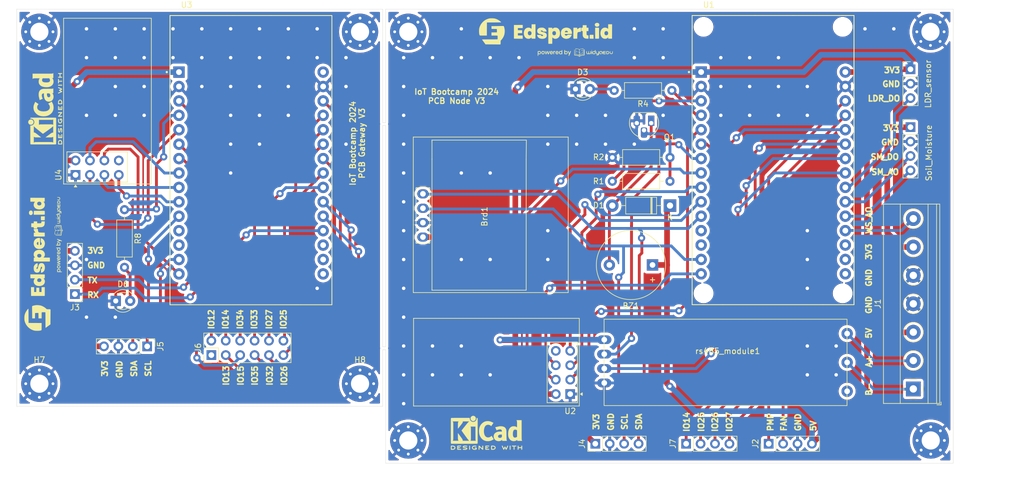
<source format=kicad_pcb>
(kicad_pcb (version 20240108) (generator "pcbnew") (generator_version "8.0")
  (layers (0 "F.Cu" signal) (31 "B.Cu" signal) (34 "B.Paste" user) (35 "F.Paste" user) (36 "B.SilkS" user "B.Silkscreen") (37 "F.SilkS" user "F.Silkscreen") (38 "B.Mask" user) (39 "F.Mask" user) (44 "Edge.Cuts" user))
  (net 0 "")
  (net 1 "GND")
  (net 2 "VCC")
  (net 3 "SDA")
  (net 4 "SCL")
  (net 5 "Net-(BZ1--)")
  (net 6 "+5V")
  (net 7 "Net-(D3-A)")
  (net 8 "Net-(D6-A)")
  (net 9 "B-")
  (net 10 "A+")
  (net 11 "WS_AO")
  (net 12 "FAN")
  (net 13 "PUMP")
  (net 14 "LDR_DO")
  (net 15 "Net-(Q1-B)")
  (net 16 "Buzzer")
  (net 17 "GND1")
  (net 18 "LED")
  (net 20 "RXD")
  (net 21 "TXD")
  (net 22 "SM_DO")
  (net 23 "SM_AO")
  (net 27 "TXD1")
  (net 29 "CE")
  (net 30 "LED1")
  (net 32 "SCK")
  (net 33 "RXD1")
  (net 34 "CSN_RF")
  (net 35 "MISO")
  (net 36 "VCCQ")
  (net 37 "MOSI")
  (net 41 "SCL1")
  (net 43 "SDA1")
  (net 47 "/Gateway/D14")
  (net 48 "/Gateway/D32")
  (net 49 "/Gateway/D15")
  (net 51 "/Gateway/D33")
  (net 52 "/Gateway/D26")
  (net 53 "/Gateway/D34")
  (net 54 "/Gateway/D12")
  (net 55 "/Gateway/D13")
  (net 56 "/Gateway/D27")
  (net 57 "/Gateway/D35")
  (net 58 "/Gateway/D25")
  (net 59 "/Node/D26")
  (net 60 "/Node/D25")
  (net 61 "/Node/D27")
  (net 62 "SCK1")
  (net 63 "CE1")
  (net 64 "MISO1")
  (net 65 "CSN_RF1")
  (net 66 "+5VA")
  (net 67 "MOSI1")
  (net 68 "/Node/D14")
  (footprint "Connector_PinHeader_2.54mm:PinHeader_1x04_P2.54mm_Vertical" (layer "F.Cu") (at 176.95 125.58 90)
    (property "Reference" "J4")
    (property "Value" "I2C_ext")
  )
  (footprint "Buzzer_Beeper:Buzzer_12x9.5RM7.6" (layer "F.Cu") (at 187.03 94.08 180)
    (property "Reference" "BZ1")
    (property "Value" "Buzzer")
  )
  (footprint "MountingHole:MountingHole_3.2mm_M3_Pad_Via" (layer "F.Cu") (at 144 125)
    (property "Reference" "H4" (hide yes))
    (property "Value" "MountingHole_Pad")
  )
  (footprint "LOGO" (layer "F.Cu") (at 168.24 54.01)
    (property "Reference" "G***" (hide yes))
    (property "Value" "LOGO" (hide yes))
  )
  (footprint "MountingHole:MountingHole_3.2mm_M3_Pad_Via" (layer "F.Cu") (at 144 53)
    (property "Reference" "H1" (hide yes))
    (property "Value" "MountingHole_Pad")
  )
  (footprint "Resistor_THT:R_Axial_DIN0207_L6.3mm_D2.5mm_P10.16mm_Horizontal" (layer "F.Cu") (at 179.95 75.13775)
    (property "Reference" "R2")
    (property "Value" "4K7")
  )
  (footprint "Symbol:KiCad-Logo2_5mm_SilkScreen" (layer "F.Cu") (at 80.02 66.57 90)
    (property "Reference" "REF**" (hide yes))
    (property "Value" "KiCad-Logo2_5mm_SilkScreen" (hide yes))
  )
  (footprint "Connector_PinHeader_2.54mm:PinHeader_1x04_P2.54mm_Vertical" (layer "F.Cu") (at 232.48 69.8)
    (property "Reference" "Soil_Moisture")
    (property "Value" "~")
  )
  (footprint "LED_THT:LED_D3.0mm_Clear" (layer "F.Cu") (at 92.46 100.42)
    (property "Reference" "D6")
    (property "Value" "LED")
  )
  (footprint "RF_Module:nRF24L01_Breakout" (layer "F.Cu") (at 85.375 78.2095 90)
    (property "Reference" "U4")
    (property "Value" "NRF24L01_Breakout")
  )
  (footprint "MountingHole:MountingHole_3.2mm_M3_Pad_Via" (layer "F.Cu") (at 79 115)
    (property "Reference" "H7")
    (property "Value" "MountingHole_Pad")
  )
  (footprint "Diode_THT:D_DO-41_SOD81_P10.16mm_Horizontal" (layer "F.Cu") (at 190.11 83.62225 180)
    (property "Reference" "D1")
    (property "Value" "1N4007")
  )
  (footprint "LOGO" (layer "F.Cu") (at 79.75 93.91 90)
    (property "Reference" "G***" (hide yes))
    (property "Value" "LOGO" (hide yes))
  )
  (footprint "Resistor_THT:R_Axial_DIN0207_L6.3mm_D2.5mm_P10.16mm_Horizontal" (layer "F.Cu") (at 190.44 63.33 180)
    (property "Reference" "R4")
    (property "Value" "1K")
  )
  (footprint "RF_Module:nRF24L01_Breakout" (layer "F.Cu") (at 172.53 116.83 180)
    (property "Reference" "U2")
    (property "Value" "NRF24L01_Breakout")
  )
  (footprint "ESP32-DEVKIT-V1 (1):MODULE_ESP32_DEVKIT_V1" (layer "F.Cu") (at 208.3 75.605)
    (property "Reference" "U1")
    (property "Value" "ESP32-DEVKIT-V1")
  )
  (footprint "ESP32-DEVKIT-V1 (1):MODULE_ESP32_DEVKIT_V1" (layer "F.Cu") (at 116.3 75.615)
    (property "Reference" "U3")
    (property "Value" "ESP32-DEVKIT-V1")
  )
  (footprint "Resistor_THT:R_Axial_DIN0207_L6.3mm_D2.5mm_P10.16mm_Horizontal" (layer "F.Cu") (at 94 84.34 -90)
    (property "Reference" "R8")
    (property "Value" "1K")
  )
  (footprint "Connector_PinHeader_2.54mm:PinHeader_2x06_P2.54mm_Vertical" (layer "F.Cu") (at 109.3 109.96 90)
    (property "Reference" "J6")
    (property "Value" "external_GPIO")
  )
  (footprint "Connector_PinHeader_2.54mm:PinHeader_1x04_P2.54mm_Vertical" (layer "F.Cu") (at 192.96 125.58 90)
    (property "Reference" "J7")
    (property "Value" "external_GPIO")
  )
  (footprint "SSD1306:128x64OLED" (layer "F.Cu") (at 157.18 85.55 90)
    (property "Reference" "Brd1")
    (property "Value" "SSD1306")
  )
  (footprint "edspert:rs485_module" (layer "F.Cu") (at 200.26 109.76)
    (property "Reference" "rs485_module1")
    (property "Value" "~")
  )
  (footprint "Symbol:KiCad-Logo2_5mm_SilkScreen" (layer "F.Cu") (at 157.78 123.64)
    (property "Reference" "REF**" (hide yes))
    (property "Value" "KiCad-Logo2_5mm_SilkScreen" (hide yes))
  )
  (footprint "Connector_PinHeader_2.54mm:PinHeader_1x03_P2.54mm_Vertical" (layer "F.Cu") (at 232.48 59.6)
    (property "Reference" "LDR_sensor")
    (property "Value" "~")
  )
  (footprint "Connector_PinHeader_2.54mm:PinHeader_1x04_P2.54mm_Vertical" (layer "F.Cu") (at 207.5 125.58 90)
    (property "Reference" "J2")
    (property "Value" "Relay 2ch")
  )
  (footprint "Package_TO_SOT_THT:TO-92_HandSolder" (layer "F.Cu") (at 186.8 69.08 180)
    (property "Reference" "Q1")
    (property "Value" "BC547")
  )
  (footprint "Connector_PinHeader_2.54mm:PinHeader_1x04_P2.54mm_Vertical" (layer "F.Cu") (at 98 108.42 -90)
    (property "Reference" "J5")
    (property "Value" "I2C_ext")
  )
  (footprint "MountingHole:MountingHole_3.2mm_M3_Pad_Via" (layer "F.Cu") (at 79 53)
    (property "Reference" "H6" (hide yes))
    (property "Value" "MountingHole_Pad")
  )
  (footprint "MountingHole:MountingHole_3.2mm_M3_Pad_Via" (layer "F.Cu") (at 135.5 53)
    (property "Reference" "H5" (hide yes))
    (property "Value" "MountingHole_Pad")
  )
  (footprint "MountingHole:MountingHole_3.2mm_M3_Pad_Via" (layer "F.Cu") (at 236 53)
    (property "Reference" "H2" (hide yes))
    (property "Value" "MountingHole_Pad")
  )
  (footprint "MountingHole:MountingHole_3.2mm_M3_Pad_Via" (layer "F.Cu") (at 135.5 115)
    (property "Reference" "H8")
    (property "Value" "MountingHole_Pad")
  )
  (footprint "MountingHole:MountingHole_3.2mm_M3_Pad_Via" (layer "F.Cu") (at 236.052944 125)
    (property "Reference" "H3" (hide yes))
    (property "Value" "MountingHole_Pad")
  )
  (footprint "Resistor_THT:R_Axial_DIN0207_L6.3mm_D2.5mm_P10.16mm_Horizontal" (layer "F.Cu") (at 179.95 79.33)
    (property "Reference" "R1")
    (property "Value" "1K")
  )
  (footprint "LED_THT:LED_D3.0mm_Clear" (layer "F.Cu") (at 173.46 63.08)
    (property "Reference" "D3")
    (property "Value" "LED")
  )
  (footprint "Connector_PinHeader_2.54mm:PinHeader_1x04_P2.54mm_Vertical" (layer "F.Cu") (at 85.26 99.22 180)
    (property "Reference" "J3")
    (property "Value" "UART_ext")
  )
  (footprint "TerminalBlock_Phoenix:TerminalBlock_Phoenix_MKDS-1,5-7_1x07_P5.00mm_Horizontal" (layer "F.Cu") (at 232.98 115.92 90)
    (property "Reference" "J1")
    (property "Value" "SHT20 & Water sensor")
  )
  (gr_line (start 140 69) (end 139.5 69) (stroke (width 0.05)) (layer "Edge.Cuts"))
  (gr_line (start 140 129) (end 240 129) (stroke (width 0.05)) (layer "Edge.Cuts"))
  (gr_line (start 75 49) (end 75 119) (stroke (width 0.05)) (layer "Edge.Cuts"))
  (gr_line (start 139.5 69) (end 139.5 49) (stroke (width 0.05)) (layer "Edge.Cuts"))
  (gr_line (start 240 49) (end 140 49) (stroke (width 0.05)) (layer "Edge.Cuts"))
  (gr_line (start 139.5 49) (end 78.5 49) (stroke (width 0.05)) (layer "Edge.Cuts"))
  (gr_line (start 139.5 109) (end 139.5 119) (stroke (width 0.05)) (layer "Edge.Cuts"))
  (gr_line (start 140 49) (end 140 69) (stroke (width 0.05)) (layer "Edge.Cuts"))
  (gr_line (start 139.5 109) (end 140 109) (stroke (width 0.05)) (layer "Edge.Cuts"))
  (gr_line (start 78.5 49) (end 75 49) (stroke (width 0.05)) (layer "Edge.Cuts"))
  (gr_line (start 240 129) (end 240 49) (stroke (width 0.05)) (layer "Edge.Cuts"))
  (gr_line (start 139.5 69.5) (end 139.5 108.5) (stroke (width 0.05)) (layer "Edge.Cuts"))
  (gr_line (start 140 108.5) (end 139.5 108.5) (stroke (width 0.05)) (layer "Edge.Cuts"))
  (gr_line (start 139.5 69.5) (end 140 69.5) (stroke (width 0.05)) (layer "Edge.Cuts"))
  (gr_line (start 140 69.5) (end 140 108.5) (stroke (width 0.05)) (layer "Edge.Cuts"))
  (gr_line (start 140 109) (end 140 129) (stroke (width 0.05)) (layer "Edge.Cuts"))
  (gr_line (start 75 119) (end 139.5 119) (stroke (width 0.05)) (layer "Edge.Cuts"))
  (gr_text "IO12" (at 109.89 105.54 90) (layer "F.SilkS") (effects (font (size 1 1) (thickness 0.25) (bold yes)) (justify left bottom)))
  (gr_text "3V3" (at 87.33 92.14 0) (layer "F.SilkS") (effects (font (size 1 1) (thickness 0.25) (bold yes)) (justify left bottom)))
  (gr_text "3V3" (at 177.7 123.256191 90) (layer "F.SilkS") (effects (font (size 1 1) (thickness 0.25) (bold yes)) (justify left bottom)))
  (gr_text "IO15" (at 115.06 115.46 90) (layer "F.SilkS") (effects (font (size 1 1) (thickness 0.25) (bold yes)) (justify left bottom)))
  (gr_text "SM_DO" (at 225.332857 75.63 0) (layer "F.SilkS") (effects (font (size 1 1) (thickness 0.25) (bold yes)) (justify left bottom)))
  (gr_text "IO32" (at 120.17 115.46 90) (layer "F.SilkS") (effects (font (size 1 1) (thickness 0.25) (bold yes)) (justify left bottom)))
  (gr_text "IO26" (at 122.71 115.46 90) (layer "F.SilkS") (effects (font (size 1 1) (thickness 0.25) (bold yes)) (justify left bottom)))
  (gr_text "IoT Bootcamp 2024\nPCB Node V3" (at 152.52 65.76 0) (layer "F.SilkS") (effects (font (size 1 1) (thickness 0.2) (bold yes)) (justify bottom)))
  (gr_text "PMP" (at 208.4 123.49 90) (layer "F.SilkS") (effects (font (size 1 1) (thickness 0.25) (bold yes)) (justify left bottom)))
  (gr_text "5V" (at 225.73 107.16 90) (layer "F.SilkS") (effects (font (size 1 1) (thickness 0.25) (bold yes)) (justify left bottom)))
  (gr_text "GND" (at 227.19 73.06 0) (layer "F.SilkS") (effects (font (size 1 1) (thickness 0.25) (bold yes)) (justify left bottom)))
  (gr_text "GND" (at 225.73 98.02 90) (layer "F.SilkS") (effects (font (size 1 1) (thickness 0.25) (bold yes)) (justify left bottom)))
  (gr_text "IO27" (at 120.07 105.54 90) (layer "F.SilkS") (effects (font (size 1 1) (thickness 0.25) (bold yes)) (justify left bottom)))
  (gr_text "GND" (at 93.7 114.168095 90) (layer "F.SilkS") (effects (font (size 1 1) (thickness 0.25) (bold yes)) (justify left bottom)))
  (gr_text "IO33" (at 117.45 105.54 90) (layer "F.SilkS") (effects (font (size 1 1) (thickness 0.25) (bold yes)) (justify left bottom)))
  (gr_text "SDA" (at 185.22 123.28 90) (layer "F.SilkS") (effects (font (size 1 1) (thickness 0.25) (bold yes)) (justify left bottom)))
  (gr_text "IO25" (at 196.21 123.61 90) (layer "F.SilkS") (effects (font (size 1 1) (thickness 0.25) (bold yes)) (justify left bottom)))
  (gr_text "3V3" (at 227.475714 70.53 0) (layer "F.SilkS") (effects (font (size 1 1) (thickness 0.25) (bold yes)) (justify left bottom)))
  (gr_text "GND" (at 213.25 123.49 90) (layer "F.SilkS") (effects (font (size 1 1) (thickness 0.25) (bold yes)) (justify left bottom)))
  (gr_text "IO26" (at 198.63 123.61 90) (layer "F.SilkS") (effects (font (size 1 1) (thickness 0.25) (bold yes)) (justify left bottom)))
  (gr_text "3V3" (at 227.687143 60.34 0) (layer "F.SilkS") (effects (font (size 1 1) (thickness 0.25) (bold yes)) (justify left bottom)))
  (gr_text "GND" (at 180.28 123.399048 90) (layer "F.SilkS") (effects (font (size 1 1) (thickness 0.25) (bold yes)) (justify left bottom)))
  (gr_text "IO34" (at 114.96 105.54 90) (layer "F.SilkS") (effects (font (size 1 1) (thickness 0.25) (bold yes)) (justify left bottom)))
  (gr_text "GND" (at 227.401429 62.79 0) (layer "F.SilkS") (effects (font (size 1 1) (thickness 0.25) (bold yes)) (justify left bottom)))
  (gr_text "IO14" (at 193.63 123.61 90) (layer "F.SilkS") (effects (font (size 1 1) (thickness 0.25) (bold yes)) (justify left bottom)))
  (gr_text "FAN" (at 210.75 123.49 90) (layer "F.SilkS") (effects (font (size 1 1) (thickness 0.25) (bold yes)) (justify left bottom)))
  (gr_text "IO27" (at 201.15 123.61 90) (layer "F.SilkS") (effects (font (size 1 1) (thickness 0.25) (bold yes)) (justify left bottom)))
  (gr_text "SCL" (at 182.7 123.256191 90) (layer "F.SilkS") (effects (font (size 1 1) (thickness 0.25) (bold yes)) (justify left bottom)))
  (gr_text "IO25" (at 122.61 105.54 90) (layer "F.SilkS") (effects (font (size 1 1) (thickness 0.25) (bold yes)) (justify left bottom)))
  (gr_text "GND" (at 87.33 94.72 0) (layer "F.SilkS") (effects (font (size 1 1) (thickness 0.25) (bold yes)) (justify left bottom)))
  (gr_text "GND" (at 225.73 102.82 90) (layer "F.SilkS") (effects (font (size 1 1) (thickness 0.25) (bold yes)) (justify left bottom)))
  (gr_text "LDR_DO" (at 224.83 65.33 0) (layer "F.SilkS") (effects (font (size 1 1) (thickness 0.25) (bold yes)) (justify left bottom)))
  (gr_text "TX" (at 87.33 97.37 0) (layer "F.SilkS") (effects (font (size 1 1) (thickness 0.25) (bold yes)) (justify left bottom)))
  (gr_text "IoT Bootcamp 2024\nPCB Gateway V3" (at 136.42 72.65 90) (layer "F.SilkS") (effects (font (size 1 1) (thickness 0.2) (bold yes)) (justify bottom)))
  (gr_text "A+" (at 225.73 112.25 90) (layer "F.SilkS") (effects (font (size 1 1) (thickness 0.25) (bold yes)) (justify left bottom)))
  (gr_text "IO35" (at 117.55 115.46 90) (layer "F.SilkS") (effects (font (size 1 1) (thickness 0.25) (bold yes)) (justify left bottom)))
  (gr_text "5V" (at 215.95 123.49 90) (layer "F.SilkS") (effects (font (size 1 1) (thickness 0.25) (bold yes)) (justify left bottom)))
  (gr_text "SDA" (at 96.27 113.93 90) (layer "F.SilkS") (effects (font (size 1 1) (thickness 0.25) (bold yes)) (justify left bottom)))
  (gr_text "SM_AO" (at 225.475714 78.29 0) (layer "F.SilkS") (effects (font (size 1 1) (thickness 0.25) (bold yes)) (justify left bottom)))
  (gr_text "3V3" (at 91.12 113.882381 90) (layer "F.SilkS") (effects (font (size 1 1) (thickness 0.25) (bold yes)) (justify left bottom)))
  (gr_text "SCL" (at 98.76 113.882381 90) (layer "F.SilkS") (effects (font (size 1 1) (thickness 0.25) (bold yes)) (justify left bottom)))
  (gr_text "IO14" (at 112.39 105.54 90) (layer "F.SilkS") (effects (font (size 1 1) (thickness 0.25) (bold yes)) (justify left bottom)))
  (gr_text "IO13" (at 112.49 115.46 90) (layer "F.SilkS") (effects (font (size 1 1) (thickness 0.25) (bold yes)) (justify left bottom)))
  (gr_text "WS_AO" (at 225.73 88.73 90) (layer "F.SilkS") (effects (font (size 1 1) (thickness 0.25) (bold yes)) (justify left bottom)))
  (gr_text "B-" (at 225.73 117.24 90) (layer "F.SilkS") (effects (font (size 1 1) (thickness 0.25) (bold yes)) (justify left bottom)))
  (gr_text "RX" (at 87.33 99.95 0) (layer "F.SilkS") (effects (font (size 1 1) (thickness 0.25) (bold yes)) (justify left bottom)))
  (gr_text "3V3" (at 225.73 93.3 90) (layer "F.SilkS") (effects (font (size 1 1) (thickness 0.25) (bold yes)) (justify left bottom)))
  (via (at 188.905476 67.71675) (size 1.27) (drill 0.609) (layers "F.Cu" "B.Cu") (net 1))
  (via (at 214.305476 67.71675) (size 1.27) (drill 0.609) (layers "F.Cu" "B.Cu") (net 1))
  (via (at 148.265476 113.43675) (size 1.27) (drill 0.609) (layers "F.Cu" "B.Cu") (net 1))
  (via (at 173.665476 67.71675) (size 1.27) (drill 0.609) (layers "F.Cu" "B.Cu") (net 1))
  (via (at 199.065476 62.63675) (size 1.27) (drill 0.609) (layers "F.Cu" "B.Cu") (net 1))
  (via (at 168.585476 72.79675) (size 1.27) (drill 0.609) (layers "F.Cu" "B.Cu") (net 1))
  (via (at 153.345476 108.35675) (size 1.27) (drill 0.609) (layers "F.Cu" "B.Cu") (net 1))
  (via (at 153.345476 93.11675) (size 1.27) (drill 0.609) (layers "F.Cu" "B.Cu") (net 1))
  (via (at 214.305476 98.19675) (size 1.27) (drill 0.609) (layers "F.Cu" "B.Cu") (net 1))
  (via (at 143.185476 57.55675) (size 1.27) (drill 0.609) (layers "F.Cu" "B.Cu") (net 1))
  (via (at 153.345476 52.47675) (size 1.27) (drill 0.609) (layers "F.Cu" "B.Cu") (net 1))
  (via (at 143.185476 103.27675) (size 1.27) (drill 0.609) (layers "F.Cu" "B.Cu") (net 1))
  (via (at 168.585476 62.63675) (size 1.27) (drill 0.609) (layers "F.Cu" "B.Cu") (net 1))
  (via (at 143.185476 82.95675) (size 1.27) (drill 0.609) (layers "F.Cu" "B.Cu") (net 1))
  (via (at 183.825476 52.47675) (size 1.27) (drill 0.609) (layers "F.Cu" "B.Cu") (net 1))
  (via (at 153.345476 77.87675) (size 1.27) (drill 0.609) (layers "F.Cu" "B.Cu") (net 1))
  (via (at 214.305476 108.35675) (size 1.27) (drill 0.609) (layers "F.Cu" "B.Cu") (net 1))
  (via (at 209.225476 67.71675) (size 1.27) (drill 0.609) (layers "F.Cu" "B.Cu") (net 1))
  (via (at 199.065476 67.71675) (size 1.27) (drill 0.609) (layers "F.Cu" "B.Cu") (net 1))
  (via (at 214.305476 62.63675) (size 1.27) (drill 0.609) (layers "F.Cu" "B.Cu") (net 1))
  (via (at 158.425476 77.87675) (size 1.27) (drill 0.609) (layers "F.Cu" "B.Cu") (net 1))
  (via (at 163.505476 57.55675) (size 1.27) (drill 0.609) (layers "F.Cu" "B.Cu") (net 1))
  (via (at 158.425476 93.11675) (size 1.27) (drill 0.609) (layers "F.Cu" "B.Cu") (net 1))
  (via (at 183.825476 57.55675) (size 1.27) (drill 0.609) (layers "F.Cu" "B.Cu") (net 1))
  (via (at 143.185476 72.79675) (size 1.27) (drill 0.609) (layers "F.Cu" "B.Cu") (net 1))
  (via (at 209.225476 57.55675) (size 1.27) (drill 0.609) (layers "F.Cu" "B.Cu") (net 1))
  (via (at 199.065476 57.55675) (size 1.27) (drill 0.609) (layers "F.Cu" "B.Cu") (net 1))
  (via (at 143.185476 88.03675) (size 1.27) (drill 0.609) (layers "F.Cu" "B.Cu") (net 1))
  (via (at 219.385476 113.43675) (size 1.27) (drill 0.609) (layers "F.Cu" "B.Cu") (net 1))
  (via (at 143.185476 108.35675) (size 1.27) (drill 0.609) (layers "F.Cu" "B.Cu") (net 1))
  (via (at 178.745476 72.79675) (size 1.27) (drill 0.609) (layers "F.Cu" "B.Cu") (net 1))
  (via (at 143.185476 93.11675) (size 1.27) (drill 0.609) (layers "F.Cu" "B.Cu") (net 1))
  (via (at 143.185476 113.43675) (size 1.27) (drill 0.609) (layers "F.Cu" "B.Cu") (net 1))
  (via (at 229.545476 52.47675) (size 1.27) (drill 0.609) (layers "F.Cu" "B.Cu") (net 1))
  (via (at 148.265476 108.35675) (size 1.27) (drill 0.609) (layers "F.Cu" "B.Cu") (net 1))
  (via (at 214.305476 93.11675) (size 1.27) (drill 0.609) (layers "F.Cu" "B.Cu") (net 1))
  (via (at 143.185476 118.51675) (size 1.27) (drill 0.609) (layers "F.Cu" "B.Cu") (net 1))
  (via (at 153.345476 57.55675) (size 1.27) (drill 0.609) (layers "F.Cu" "B.Cu") (net 1))
  (via (at 148.265476 57.55675) (size 1.27) (drill 0.609) (layers "F.Cu" "B.Cu") (net 1))
  (via (at 173.665476 72.79675) (size 1.27) (drill 0.609) (layers "F.Cu" "B.Cu") (net 1))
  (via (at 168.585476 67.71675) (size 1.27) (drill 0.609) (layers "F.Cu" "B.Cu") (net 1))
  (via (at 158.425476 57.55675) (size 1.27) (drill 0.609) (layers "F.Cu" "B.Cu") (net 1))
  (via (at 214.305476 88.03675) (size 1.27) (drill 0.609) (layers "F.Cu" "B.Cu") (net 1))
  (via (at 143.185476 67.71675) (size 1.27) (drill 0.609) (layers "F.Cu" "B.Cu") (net 1))
  (via (at 209.225476 62.63675) (size 1.27) (drill 0.609) (layers "F.Cu" "B.Cu") (net 1))
  (via (at 204.145476 67.71675) (size 1.27) (drill 0.609) (layers "F.Cu" "B.Cu") (net 1))
  (via (at 143.185476 62.63675) (size 1.27) (drill 0.609) (layers "F.Cu" "B.Cu") (net 1))
  (via (at 219.385476 108.35675) (size 1.27) (drill 0.609) (layers "F.Cu" "B.Cu") (net 1))
  (via (at 224.465476 52.47675) (size 1.27) (drill 0.609) (layers "F.Cu" "B.Cu") (net 1))
  (via (at 143.185476 98.19675) (size 1.27) (drill 0.609) (layers "F.Cu" "B.Cu") (net 1))
  (via (at 183.825476 72.79675) (size 1.27) (drill 0.609) (layers "F.Cu" "B.Cu") (net 1))
  (via (at 168.585476 88.03675) (size 1.27) (drill 0.609) (layers "F.Cu" "B.Cu") (net 1))
  (via (at 143.185476 77.87675) (size 1.27) (drill 0.609) (layers "F.Cu" "B.Cu") (net 1))
  (via (at 153.345476 113.43675) (size 1.27) (drill 0.609) (layers "F.Cu" "B.Cu") (net 1))
  (via (at 204.145476 57.55675) (size 1.27) (drill 0.609) (layers "F.Cu" "B.Cu") (net 1))
  (via (at 188.905476 52.47675) (size 1.27) (drill 0.609) (layers "F.Cu" "B.Cu") (net 1))
  (via (at 178.745476 67.71675) (size 1.27) (drill 0.609) (layers "F.Cu" "B.Cu") (net 1))
  (via (at 168.585476 93.11675) (size 1.27) (drill 0.609) (layers "F.Cu" "B.Cu") (net 1))
  (via (at 188.905476 57.55675) (size 1.27) (drill 0.609) (layers "F.Cu" "B.Cu") (net 1))
  (via (at 204.145476 62.63675) (size 1.27) (drill 0.609) (layers "F.Cu" "B.Cu") (net 1))
  (via (at 214.305476 113.43675) (size 1.27) (drill 0.609) (layers "F.Cu" "B.Cu") (net 1))
  (via (at 158.425476 113.43675) (size 1.27) (drill 0.609) (layers "F.Cu" "B.Cu") (net 1))
  (segment (start 162.86 63.2) (end 163.31 62.75) (width 1) (layer "F.Cu") (net 2))
  (segment (start 160.18 107.28) (end 160.23 107.33) (width 1) (layer "F.Cu") (net 2))
  (segment (start 162.86 63.2) (end 162.86 89.17) (width 1) (layer "F.Cu") (net 2))
  (segment (start 162.86 116.79) (end 162.86 121.14) (width 1) (layer "F.Cu") (net 2))
  (segment (start 174.36 123.05) (end 176.89 125.58) (width 1) (layer "F.Cu") (net 2))
  (segment (start 176.89 125.58) (end 176.95 125.58) (width 1) (layer "F.Cu") (net 2))
  (segment (start 229.61 59.6) (end 228.39 60.82) (width 1) (layer "F.Cu") (net 2))
  (segment (start 162.86 121.14) (end 164.77 123.05) (width 1) (layer "F.Cu") (net 2))
  (segment (start 162.86 89.17) (end 162.86 107.33) (width 1) (layer "F.Cu") (net 2))
  (segment (start 164.77 123.05) (end 174.36 123.05) (width 1) (layer "F.Cu") (net 2))
  (segment (start 169.99 116.83) (end 162.9 116.83) (width 1) (layer "F.Cu") (net 2))
  (segment (start 160.23 107.33) (end 162.86 107.33) (width 1) (layer "F.Cu") (net 2))
  (segment (start 230.9 90.92) (end 232.98 90.92) (width 1) (layer "F.Cu") (net 2))
  (segment (start 228.39 88.41) (end 230.9 90.92) (width 1) (layer "F.Cu") (net 2))
  (segment (start 162.86 107.33) (end 162.86 116.79) (width 1) (layer "F.Cu") (net 2))
  (segment (start 146.58 89.17) (end 162.86 89.17) (width 1) (layer "F.Cu") (net 2))
  (segment (start 232.46 69.82) (end 228.39 69.82) (width 1) (layer "F.Cu") (net 2))
  (segment (start 232.48 59.6) (end 229.61 59.6) (width 1) (layer "F.Cu") (net 2))
  (segment (start 162.9 116.83) (end 162.86 116.79) (width 1) (layer "F.Cu") (net 2))
  (segment (start 228.39 71.89) (end 228.39 88.41) (width 1) (layer "F.Cu") (net 2))
  (segment (start 146.58 89.17) (end 146.64 89.23) (width 1) (layer "F.Cu") (net 2))
  (segment (start 228.39 60.82) (end 228.39 71.89) (width 1) (layer "F.Cu") (net 2))
  (segment (start 232.48 69.8) (end 232.46 69.82) (width 1) (layer "F.Cu") (net 2))
  (segment (start 228.39 69.82) (end 228.39 71.89) (width 1) (layer "F.Cu") (net 2))
  (via (at 163.31 62.75) (size 1.27) (drill 0.609) (layers "F.Cu" "B.Cu") (net 2))
  (via (at 160.18 107.28) (size 1.27) (drill 0.609) (layers "F.Cu" "B.Cu") (net 2))
  (segment (start 195.6 60.09) (end 165.97 60.09) (width 1) (layer "B.Cu") (net 2))
  (segment (start 195.6 60.09) (end 213.68 60.09) (width 1) (layer "B.Cu") (net 2))
  (segment (start 178.52 107.24) (end 160.22 107.24) (width 1) (layer "B.Cu") (net 2))
  (segment (start 178.53 107.25) (end 178.52 107.24) (width 1) (layer "B.Cu") (net 2))
  (segment (start 232.48 58.33) (end 232.48 59.6) (width 1) (layer "B.Cu") (net 2))
  (segment (start 216.72 57.05) (end 231.2 57.05) (width 1) (layer "B.Cu") (net 2))
  (segment (start 160.22 107.24) (end 160.18 107.28) (width 1) (layer "B.Cu") (net 2))
  (segment (start 213.68 60.09) (end 216.72 57.05) (width 1) (layer "B.Cu") (net 2))
  (segment (start 231.2 57.05) (end 232.48 58.33) (width 1) (layer "B.Cu") (net 2))
  (segment (start 165.97 60.09) (end 163.31 62.75) (width 1) (layer "B.Cu") (net 2))
  (segment (start 185.15 89.387) (end 185.15 91.98) (width 0.5) (layer "F.Cu") (net 3))
  (segment (start 184.56 125.57) (end 184.57 125.58) (width 0.5) (layer "F.Cu") (net 3))
  (segment (start 184.7 105.23) (end 185.56 106.09) (width 0.5) (layer "F.Cu") (net 3))
  (segment (start 185.56 120.29) (end 184.56 121.29) (width 0.5) (layer "F.Cu") (net 3))
  (segment (start 185.1 89.337) (end 185.15 89.387) (width 0.5) (layer "F.Cu") (net 3))
  (segment (start 185.15 91.98) (end 184.7 92.43) (width 0.5) (layer "F.Cu") (net 3))
  (segment (start 184.56 121.29) (end 184.56 125.57) (width 0.5) (layer "F.Cu") (net 3))
  (segment (start 184.7 92.43) (end 184.7 105.23) (width 0.5) (layer "F.Cu") (net 3))
  (segment (start 185.56 106.09) (end 185.56 120.29) (width 0.5) (layer "F.Cu") (net 3))
  (via (at 185.1 89.337) (size 1.27) (drill 0.609) (layers "F.Cu" "B.Cu") (net 3))
  (segment (start 195.48 85.49) (end 195.6 85.49) (width 0.5) (layer "B.Cu") (net 3))
  (segment (start 185.1 88.18) (end 184.56 87.64) (width 0.5) (layer "B.Cu") (net 3))
  (segment (start 146.64 81.61) (end 170.34 81.61) (width 0.5) (layer "B.Cu") (net 3))
  (segment (start 170.34 81.61) (end 176.37 87.64) (width 0.5) (layer "B.Cu") (net 3))
  (segment (start 184.56 87.64) (end 193.33 87.64) (width 0.5) (layer "B.Cu") (net 3))
  (segment (start 146.58 81.55) (end 146.64 81.61) (width 0.5) (layer "B.Cu") (net 3))
  (segment (start 193.33 87.64) (end 195.48 85.49) (width 0.5) (layer "B.Cu") (net 3))
  (segment (start 185.1 89.337) (end 185.1 88.18) (width 0.5) (layer "B.Cu") (net 3))
  (segment (start 176.37 87.64) (end 184.56 87.64) (width 0.5) (layer "B.Cu") (net 3))
  (segment (start 182.03 121.46) (end 182.03 125.58) (width 0.5) (layer "F.Cu") (net 4))
  (segment (start 181.07 96.25) (end 181.07 120.5) (width 0.5) (layer "F.Cu") (net 4))
  (segment (start 181.07 120.5) (end 182.03 121.46) (width 0.5) (layer "F.Cu") (net 4))
  (via (at 181.07 96.25) (size 1.27) (drill 0.609) (layers "F.Cu" "B.Cu") (net 4))
  (segment (start 146.58 84.09) (end 146.71 84.22) (width 0.5) (layer "B.Cu") (net 4))
  (segment (start 169.53 84.22) (end 176.04 90.73) (width 0.5) (layer "B.Cu") (net 4))
  (segment (start 190.33 90.73) (end 192.71 93.11) (width 0.5) (layer "B.Cu") (net 4))
  (segment (start 176.04 90.73) (end 181.93 90.73) (width 0.5) (layer "B.Cu") (net 4))
  (segment (start 146.71 84.22) (end 169.53 84.22) (width 0.5) (layer "B.Cu") (net 4))
  (segment (start 181.93 90.73) (end 190.33 90.73) (width 0.5) (layer "B.Cu") (net 4))
  (segment (start 181.07 96.25) (end 181.93 95.39) (width 0.5) (layer "B.Cu") (net 4))
  (segment (start 181.93 95.39) (end 181.93 90.73) (width 0.5) (layer "B.Cu") (net 4))
  (segment (start 192.71 93.11) (end 195.6 93.11) (width 0.5) (layer "B.Cu") (net 4))
  (segment (start 186.8 76.77225) (end 179.95 83.62225) (width 0.5) (layer "F.Cu") (net 5))
  (segment (start 186.8 69.08) (end 186.8 76.77225) (width 0.5) (layer "F.Cu") (net 5))
  (segment (start 179.43 84.14225) (end 179.95 83.62225) (width 0.5) (layer "F.Cu") (net 5))
  (segment (start 179.43 94.08) (end 179.43 84.14225) (width 0.5) (layer "F.Cu") (net 5))
  (segment (start 189.58 114.95) (end 189.58 94.1) (width 1) (layer "F.Cu") (net 6))
  (segment (start 189.59 94.09) (end 189.58 94.08) (width 1) (layer "F.Cu") (net 6))
  (segment (start 189.58 94.08) (end 187.03 94.08) (width 1) (layer "F.Cu") (net 6))
  (segment (start 221 60.09) (end 223.65 60.09) (width 1) (layer "F.Cu") (net 6))
  (segment (start 224.81 105.98) (end 224.81 108.82) (width 1) (layer "F.Cu") (net 6))
  (segment (start 189.58 94.1) (end 189.59 94.09) (width 1) (layer "F.Cu") (net 6))
  (segment (start 224.83 105.96) (end 224.81 105.98) (width 1) (layer "F.Cu") (net 6))
  (segment (start 190.11 83.62225) (end 189.59 84.14225) (width 1) (layer "F.Cu") (net 6))
  (segment (start 224.81 108.82) (end 224.84 108.85) (width 1) (layer "F.Cu") (net 6))
  (segment (start 232.98 105.92) (end 232.94 105.96) (width 1) (layer "F.Cu") (net 6))
  (segment (start 189.59 84.14225) (end 189.59 94.09) (width 1) (layer "F.Cu") (net 6))
  (segment (start 224.81 61.25) (end 224.81 108.82) (width 1) (layer "F.Cu") (net 6))
  (segment (start 190.08 115.45) (end 189.58 114.95) (width 1) (layer "F.Cu") (net 6))
  (segment (start 232.94 105.96) (end 224.83 105.96) (width 1) (layer "F.Cu") (net 6))
  (segment (start 224.84 121.43) (end 223.24 123.03) (width 1) (layer "F.Cu") (net 6))
  (segment (start 223.24 123.03) (end 217.67 123.03) (width 1) (layer "F.Cu") (net 6))
  (segment (start 217.67 123.03) (end 215.12 125.58) (width 1) (layer "F.Cu") (net 6))
  (segment (start 223.65 60.09) (end 224.81 61.25) (width 1) (layer "F.Cu") (net 6))
  (segment (start 224.84 108.85) (end 224.84 121.43) (width 1) (layer "F.Cu") (net 6))
  (via (at 190.08 115.45) (size 1.27) (drill 0.609) (layers "F.Cu" "B.Cu") (net 6))
  (segment (start 215.12 122.52) (end 215.12 125.58) (width 1) (layer "B.Cu") (net 6))
  (segment (start 190.14 115.45) (end 194.53 119.84) (width 1) (layer "B.Cu") (net 6))
  (segment (start 194.53 119.84) (end 212.44 119.84) (width 1) (layer "B.Cu") (net 6))
  (segment (start 212.44 119.84) (end 215.12 122.52) (width 1) (layer "B.Cu") (net 6))
  (segment (start 190.08 115.45) (end 190.14 115.45) (width 1) (layer "B.Cu") (net 6))
  (segment (start 180.03 63.08) (end 180.28 63.33) (width 0.5) (layer "B.Cu") (net 7))
  (segment (start 176 63.08) (end 180.03 63.08) (width 0.5) (layer "B.Cu") (net 7))
  (segment (start 95 95.72) (end 95 100.42) (width 0.5) (layer "F.Cu") (net 8))
  (segment (start 94 94.5) (end 94 94.72) (width 0.5) (layer "F.Cu") (net 8))
  (segment (start 94 94.72) (end 95 95.72) (width 0.5) (layer "F.Cu") (net 8))
  (segment (start 226.04 115.97) (end 232.93 115.97) (width 0.5) (layer "B.Cu") (net 9))
  (segment (start 232.93 115.97) (end 232.98 115.92) (width 0.5) (layer "B.Cu") (net 9))
  (segment (start 221.32 111.25) (end 226.04 115.97) (width 0.5) (layer "B.Cu") (net 9))
  (segment (start 232.93 110.97) (end 232.98 110.92) (width 0.5) (layer "B.Cu") (net 10))
  (segment (start 226.12 110.97) (end 232.93 110.97) (width 0.5) (layer "B.Cu") (net 10))
  (segment (start 221.32 106.17) (end 226.12 110.97) (width 0.5) (layer "B.Cu") (net 10))
  (segment (start 230.9 88) (end 221.03 88) (width 0.5) (layer "B.Cu") (net 11))
  (segment (start 232.98 85.92) (end 230.9 88) (width 0.5) (layer "B.Cu") (net 11))
  (segment (start 221.03 88) (end 221 88.03) (width 0.5) (layer "B.Cu") (net 11))
  (segment (start 210.04 78.72) (end 221 67.76) (width 0.5) (layer "F.Cu") (net 12))
  (segment (start 221 67.76) (end 221 67.71) (width 0.5) (layer "F.Cu") (net 12))
  (segment (start 210.04 125.58) (end 210.04 78.72) (width 0.5) (layer "F.Cu") (net 12))
  (segment (start 207.5 78.61) (end 220.94 65.17) (width 0.5) (layer "F.Cu") (net 13))
  (segment (start 220.94 65.17) (end 221 65.17) (width 0.5) (layer "F.Cu") (net 13))
  (segment (start 207.5 125.58) (end 207.5 78.61) (width 0.5) (layer "F.Cu") (net 13))
  (segment (start 221.62 80.41) (end 221 80.41) (width 0.5) (layer "B.Cu") (net 14))
  (segment (start 229.67 72.36) (end 221.62 80.41) (width 0.5) (layer "B.Cu") (net 14))
  (segment (start 232.48 64.68) (end 229.67 67.49) (width 0.5) (layer "B.Cu") (net 14))
  (segment (start 229.67 67.49) (end 229.67 72.36) (width 0.5) (layer "B.Cu") (net 14))
  (segment (start 190.11 75.13775) (end 190.11 79.33) (width 0.5) (layer "F.Cu") (net 15))
  (segment (start 188.93 70.96) (end 190.11 72.14) (width 0.5) (layer "B.Cu") (net 15))
  (segment (start 190.11 72.14) (end 190.11 75.13775) (width 0.5) (layer "B.Cu") (net 15))
  (segment (start 185.53 70.35) (end 186.14 70.96) (width 0.5) (layer "B.Cu") (net 15))
  (segment (start 186.14 70.96) (end 188.93 70.96) (width 0.5) (layer "B.Cu") (net 15))
  (segment (start 188.18 65.17) (end 184.36 65.17) (width 0.5) (layer "F.Cu") (net 16))
  (segment (start 184.36 65.17) (end 182 67.53) (width 0.5) (layer "F.Cu") (net 16))
  (segment (start 182 77.28) (end 179.95 79.33) (width 0.5) (layer "F.Cu") (net 16))
  (segment (start 182 67.53) (end 182 77.28) (width 0.5) (layer "F.Cu") (net 16))
  (via (at 188.18 65.17) (size 1.27) (drill 0.609) (layers "F.Cu" "B.Cu") (net 16))
  (segment (start 188.18 65.17) (end 195.6 65.17) (width 0.5) (layer "B.Cu") (net 16))
  (via (at 92.385476 62.63675) (size 1.27) (drill 0.609) (layers "F.Cu" "B.Cu") (net 17))
  (via (at 87.305476 52.47675) (size 1.27) (drill 0.609) (layers "F.Cu" "B.Cu") (net 17))
  (via (at 112.705476 67.71675) (size 1.27) (drill 0.609) (layers "F.Cu" "B.Cu") (net 17))
  (via (at 92.385476 57.55675) (size 1.27) (drill 0.609) (layers "F.Cu" "B.Cu") (net 17))
  (via (at 117.785476 72.79675) (size 1.27) (drill 0.609) (layers "F.Cu" "B.Cu") (net 17))
  (via (at 87.305476 57.55675) (size 1.27) (drill 0.609) (layers "F.Cu" "B.Cu") (net 17))
  (via (at 122.865476 62.63675) (size 1.27) (drill 0.609) (layers "F.Cu" "B.Cu") (net 17))
  (via (at 112.705476 72.79675) (size 1.27) (drill 0.609) (layers "F.Cu" "B.Cu") (net 17))
  (via (at 87.305476 67.71675) (size 1.27) (drill 0.609) (layers "F.Cu" "B.Cu") (net 17))
  (via (at 127.945476 98.19675) (size 1.27) (drill 0.609) (layers "F.Cu" "B.Cu") (net 17))
  (via (at 112.705476 62.63675) (size 1.27) (drill 0.609) (layers "F.Cu" "B.Cu") (net 17))
  (via (at 97.465476 52.47675) (size 1.27) (drill 0.609) (layers "F.Cu" "B.Cu") (net 17))
  (via (at 97.465476 67.71675) (size 1.27) (drill 0.609) (layers "F.Cu" "B.Cu") (net 17))
  (via (at 117.785476 57.55675) (size 1.27) (drill 0.609) (layers "F.Cu" "B.Cu") (net 17))
  (via (at 112.705476 57.55675) (size 1.27) (drill 0.609) (layers "F.Cu" "B.Cu") (net 17))
  (via (at 102.545476 57.55675) (size 1.27) (drill 0.609) (layers "F.Cu" "B.Cu") (net 17))
  (via (at 133.025476 62.63675) (size 1.27) (drill 0.609) (layers "F.Cu" "B.Cu") (net 17))
  (via (at 117.785476 62.63675) (size 1.27) (drill 0.609) (layers "F.Cu" "B.Cu") (net 17))
  (via (at 107.625476 57.55675) (size 1.27) (drill 0.609) (layers "F.Cu" "B.Cu") (net 17))
  (via (at 92.385476 52.47675) (size 1.27) (drill 0.609) (layers "F.Cu" "B.Cu") (net 17))
  (via (at 97.465476 57.55675) (size 1.27) (drill 0.609) (layers "F.Cu" "B.Cu") (net 17))
  (via (at 122.865476 52.47675) (size 1.27) (drill 0.609) (layers "F.Cu" "B.Cu") (net 17))
  (via (at 102.545476 52.47675) (size 1.27) (drill 0.609) (layers "F.Cu" "B.Cu") (net 17))
  (via (at 117.785476 67.71675) (size 1.27) (drill 0.609) (layers "F.Cu" "B.Cu") (net 17))
  (via (at 107.625476 52.47675) (size 1.27) (drill 0.609) (layers "F.Cu" "B.Cu") (net 17))
  (via (at 133.025476 57.55675) (size 1.27) (drill 0.609) (layers "F.Cu" "B.Cu") (net 17))
  (via (at 92.385476 103.27675) (size 1.27) (drill 0.609) (layers "F.Cu" "B.Cu") (net 17))
  (via (at 87.305476 103.27675) (size 1.27) (drill 0.609) (layers "F.Cu" "B.Cu") (net 17))
  (via (at 87.305476 93.11675) (size 1.27) (drill 0.609) (layers "F.Cu" "B.Cu") (net 17))
  (via (at 112.705476 52.47675) (size 1.27) (drill 0.609) (layers "F.Cu" "B.Cu") (net 17))
  (via (at 133.025476 72.79675) (size 1.27) (drill 0.609) (layers "F.Cu" "B.Cu") (net 17))
  (via (at 122.865476 57.55675) (size 1.27) (drill 0.609) (layers "F.Cu" "B.Cu") (net 17))
  (via (at 97.465476 62.63675) (size 1.27) (drill 0.609) (layers "F.Cu" "B.Cu") (net 17))
  (via (at 122.865476 67.71675) (size 1.27) (drill 0.609) (layers "F.Cu" "B.Cu") (net 17))
  (via (at 107.625476 62.63675) (size 1.27) (drill 0.609) (layers "F.Cu" "B.Cu") (net 17))
  (via (at 127.945476 57.55675) (size 1.27) (drill 0.609) (layers "F.Cu" "B.Cu") (net 17))
  (via (at 117.785476 52.47675) (size 1.27) (drill 0.609) (layers "F.Cu" "B.Cu") (net 17))
  (via (at 127.945476 52.47675) (size 1.27) (drill 0.609) (layers "F.Cu" "B.Cu") (net 17))
  (via (at 92.385476 67.71675) (size 1.27) (drill 0.609) (layers "F.Cu" "B.Cu") (net 17))
  (via (at 112.705476 77.87675) (size 1.27) (drill 0.609) (layers "F.Cu" "B.Cu") (net 17))
  (segment (start 194.82 67.71) (end 195.6 67.71) (width 0.5) (layer "F.Cu") (net 18))
  (segment (start 190.44 63.33) (end 194.82 67.71) (width 0.5) (layer "F.Cu") (net 18))
  (segment (start 197.35 109.72) (end 198.44 108.63) (width 0.5) (layer "F.Cu") (net 20))
  (segment (start 196.59 72.79) (end 195.6 72.79) (width 0.5) (layer "F.Cu") (net 20))
  (segment (start 198.44 74.64) (end 196.59 72.79) (width 0.5) (layer "F.Cu") (net 20))
  (segment (start 198.44 108.63) (end 198.44 74.64) (width 0.5) (layer "F.Cu") (net 20))
  (via (at 197.35 109.72) (size 1.27) (drill 0.609) (layers "F.Cu" "B.Cu") (net 20))
  (segment (start 197.3 109.72) (end 194.69 112.33) (width 0.5) (layer "B.Cu") (net 20))
  (segment (start 197.35 109.72) (end 197.3 109.72) (width 0.5) (layer "B.Cu") (net 20))
  (segment (start 194.69 112.33) (end 178.53 112.33) (width 0.5) (layer "B.Cu") (net 20))
  (segment (start 183.34 82.69) (end 183.34 87.19) (width 0.5) (layer "F.Cu") (net 21))
  (segment (start 188.15 77.88) (end 183.34 82.69) (width 0.5) (layer "F.Cu") (net 21))
  (segment (start 188.15 74.05) (end 188.15 77.88) (width 0.5) (layer "F.Cu") (net 21))
  (segment (start 189.46 72.74) (end 188.15 74.05) (width 0.5) (layer "F.Cu") (net 21))
  (segment (start 183.33 87.2) (end 183.33 107.02) (width 0.5) (layer "F.Cu") (net 21))
  (segment (start 183.34 87.19) (end 183.33 87.2) (width 0.5) (layer "F.Cu") (net 21))
  (segment (start 191.51 72.74) (end 189.46 72.74) (width 0.5) (layer "F.Cu") (net 21))
  (segment (start 191.65 72.88) (end 191.51 72.74) (width 0.5) (layer "F.Cu") (net 21))
  (via (at 183.33 107.02) (size 1.27) (drill 0.609) (layers "F.Cu" "B.Cu") (net 21))
  (via (at 191.65 72.88) (size 1.27) (drill 0.609) (layers "F.Cu" "B.Cu") (net 21))
  (segment (start 180.55 109.79) (end 178.53 109.79) (width 0.5) (layer "B.Cu") (net 21))
  (segment (start 194.1 75.33) (end 195.6 75.33) (width 0.5) (layer "B.Cu") (net 21))
  (segment (start 183.33 107.02) (end 183.32 107.02) (width 0.5) (layer "B.Cu") (net 21))
  (segment (start 191.65 72.88) (end 194.1 75.33) (width 0.5) (layer "B.Cu") (net 21))
  (segment (start 183.32 107.02) (end 180.55 109.79) (width 0.5) (layer "B.Cu") (net 21))
  (segment (start 232.47 74.88) (end 232.48 74.88) (width 0.5) (layer "B.Cu") (net 22))
  (segment (start 224.4 82.95) (end 232.47 74.88) (width 0.5) (layer "B.Cu") (net 22))
  (segment (start 221 82.95) (end 224.4 82.95) (width 0.5) (layer "B.Cu") (net 22))
  (segment (start 224.41 85.49) (end 221 85.49) (width 0.5) (layer "B.Cu") (net 23))
  (segment (start 232.48 77.42) (end 224.41 85.49) (width 0.5) (layer "B.Cu") (net 23))
  (segment (start 104.41 98) (end 105.79 96.62) (width 0.5) (layer "F.Cu") (net 27))
  (segment (start 105.79 96.62) (end 105.79 76.96) (width 0.5) (layer "F.Cu") (net 27))
  (segment (start 105.79 76.96) (end 104.17 75.34) (width 0.5) (layer "F.Cu") (net 27))
  (segment (start 104.17 75.34) (end 103.6 75.34) (width 0.5) (layer "F.Cu") (net 27))
  (via (at 104.41 98) (size 1.27) (drill 0.609) (layers "F.Cu" "B.Cu") (net 27))
  (segment (start 96.47 96.68) (end 85.26 96.68) (width 0.5) (layer "B.Cu") (net 27))
  (segment (start 97.91 98.12) (end 96.47 96.68) (width 0.5) (layer "B.Cu") (net 27))
  (segment (start 104.29 98.12) (end 97.91 98.12) (width 0.5) (layer "B.Cu") (net 27))
  (segment (start 104.41 98) (end 104.29 98.12) (width 0.5) (layer "B.Cu") (net 27))
  (segment (start 178 102.26) (end 177.44 102.26) (width 0.5) (layer "F.Cu") (net 29))
  (segment (start 193.2 72.34) (end 195.29 70.25) (width 0.5) (layer "F.Cu") (net 29))
  (segment (start 175.83 110.99) (end 172.53 114.29) (width 0.5) (layer "F.Cu") (net 29))
  (segment (start 195.29 70.25) (end 195.6 70.25) (width 0.5) (layer "F.Cu") (net 29))
  (segment (start 191.69 102.15) (end 193.2 100.64) (width 0.5) (layer "F.Cu") (net 29))
  (segment (start 193.2 100.64) (end 193.2 72.34) (width 0.5) (layer "F.Cu") (net 29))
  (segment (start 177.44 102.26) (end 175.83 103.87) (width 0.5) (layer "F.Cu") (net 29))
  (segment (start 175.83 103.87) (end 175.83 110.99) (width 0.5) (layer "F.Cu") (net 29))
  (via (at 191.69 102.15) (size 1.27) (drill 0.609) (layers "F.Cu" "B.Cu") (net 29))
  (via (at 178 102.26) (size 1.27) (drill 0.609) (layers "F.Cu" "B.Cu") (net 29))
  (segment (start 178 102.26) (end 178.11 102.15) (width 0.5) (layer "B.Cu") (net 29))
  (segment (start 178.11 102.15) (end 191.69 102.15) (width 0.5) (layer "B.Cu") (net 29))
  (segment (start 99.63 76.3) (end 100.9 75.03) (width 0.5) (layer "F.Cu") (net 30))
  (segment (start 99.63 84.21) (end 99.63 76.3) (width 0.5) (layer "F.Cu") (net 30))
  (via (at 99.63 84.21) (size 1.27) (drill 0.609) (layers "F.Cu" "B.Cu") (net 30))
  (via (at 100.9 75.03) (size 1.27) (drill 0.609) (layers "F.Cu" "B.Cu") (net 30))
  (segment (start 100.9 75.03) (end 100.9 69.15) (width 0.5) (layer "B.Cu") (net 30))
  (segment (start 99.63 84.21) (end 99.5 84.34) (width 0.5) (layer "B.Cu") (net 30))
  (segment (start 100.9 69.15) (end 102.33 67.72) (width 0.5) (layer "B.Cu") (net 30))
  (segment (start 99.5 84.34) (end 94 84.34) (width 0.5) (layer "B.Cu") (net 30))
  (segment (start 102.33 67.72) (end 103.6 67.72) (width 0.5) (layer "B.Cu") (net 30))
  (segment (start 177.4 81.63) (end 177.11 81.92) (width 0.5) (layer "F.Cu") (net 32))
  (segment (start 173.01 111.75) (end 172.53 111.75) (width 0.5) (layer "F.Cu") (net 32))
  (segment (start 177.11 81.92) (end 177.11 85.84) (width 0.5) (layer "F.Cu") (net 32))
  (segment (start 174.58 110.18) (end 173.01 111.75) (width 0.5) (layer "F.Cu") (net 32))
  (segment (start 177.11 85.84) (end 174.58 88.37) (width 0.5) (layer "F.Cu") (net 32))
  (segment (start 174.58 88.37) (end 174.58 110.18) (width 0.5) (layer "F.Cu") (net 32))
  (via (at 177.4 81.63) (size 1.27) (drill 0.609) (layers "F.Cu" "B.Cu") (net 32))
  (segment (start 192.8 81.16) (end 193.59 80.37) (width 0.5) (layer "B.Cu") (net 32))
  (segment (start 193.59 80.37) (end 195.56 80.37) (width 0.5) (layer "B.Cu") (net 32))
  (segment (start 195.56 80.37) (end 195.6 80.41) (width 0.5) (layer "B.Cu") (net 32))
  (segment (start 177.4 81.63) (end 177.87 81.16) (width 0.5) (layer "B.Cu") (net 32))
  (segment (start 177.87 81.16) (end 192.8 81.16) (width 0.5) (layer "B.Cu") (net 32))
  (segment (start 106.96 98.35) (end 106.96 76.16) (width 0.5) (layer "F.Cu") (net 33))
  (segment (start 105.59 99.72) (end 106.96 98.35) (width 0.5) (layer "F.Cu") (net 33))
  (segment (start 106.96 76.16) (end 103.6 72.8) (width 0.5) (layer "F.Cu") (net 33))
  (via (at 105.59 99.72) (size 1.27) (drill 0.609) (layers "F.Cu" "B.Cu") (net 33))
  (segment (start 104.2 99.86) (end 105.45 99.86) (width 0.5) (layer "B.Cu") (net 33))
  (segment (start 105.45 99.86) (end 105.59 99.72) (width 0.5) (layer "B.Cu") (net 33))
  (segment (start 90.03 98.17) (end 95.88 98.17) (width 0.5) (layer "B.Cu") (net 33))
  (segment (start 85.26 99.22) (end 88.98 99.22) (width 0.5) (layer "B.Cu") (net 33))
  (segment (start 104.19 99.87) (end 104.2 99.86) (width 0.5) (layer "B.Cu") (net 33))
  (segment (start 95.88 98.17) (end 97.58 99.87) (width 0.5) (layer "B.Cu") (net 33))
  (segment (start 97.58 99.87) (end 104.19 99.87) (width 0.5) (layer "B.Cu") (net 33))
  (segment (start 88.98 99.22) (end 90.03 98.17) (width 0.5) (layer "B.Cu") (net 33))
  (segment (start 164.93 109.72) (end 169.5 114.29) (width 0.5) (layer "F.Cu") (net 34))
  (segment (start 164.93 85.22) (end 164.93 109.72) (width 0.5) (layer "F.Cu") (net 34))
  (segment (start 169.5 114.29) (end 169.99 114.29) (width 0.5) (layer "F.Cu") (net 34))
  (segment (start 170.86 79.29) (end 164.93 85.22) (width 0.5) (layer "F.Cu") (net 34))
  (segment (start 170.86 79.28) (end 170.86 79.29) (width 0.5) (layer "F.Cu") (net 34))
  (via (at 170.86 79.28) (size 1.27) (drill 0.609) (layers "F.Cu" "B.Cu") (net 34))
  (segment (start 191.9 77.19) (end 192.58 77.87) (width 0.5) (layer "B.Cu") (net 34))
  (segment (start 192.58 77.87) (end 195.6 77.87) (width 0.5) (layer "B.Cu") (net 34))
  (segment (start 172.95 77.19) (end 191.9 77.19) (width 0.5) (layer "B.Cu") (net 34))
  (segment (start 170.86 79.28) (end 172.95 77.19) (width 0.5) (layer "B.Cu") (net 34))
  (segment (start 175.12 83.45) (end 175.12 85.2) (width 0.5) (layer "F.Cu") (net 35))
  (segment (start 175.12 85.2) (end 172.53 87.79) (width 0.5) (layer "F.Cu") (net 35))
  (segment (start 172.53 87.79) (end 172.53 109.21) (width 0.5) (layer "F.Cu") (net 35))
  (via (at 175.12 83.45) (size 1.27) (drill 0.609) (layers "F.Cu" "B.Cu") (net 35))
  (segment (start 195.38 82.95) (end 195.6 82.95) (width 0.5) (layer "B.Cu") (net 35))
  (segment (start 175.12 83.45) (end 177.91 86.24) (width 0.5) (layer "B.Cu") (net 35))
  (segment (start 177.91 86.24) (end 192.09 86.24) (width 0.5) (layer "B.Cu") (net 35))
  (segment (start 192.09 86.24) (end 195.38 82.95) (width 0.5) (layer "B.Cu") (net 35))
  (segment (start 81.82 75.6695) (end 81.82 91.6) (width 1) (layer "F.Cu") (net 36))
  (segment (start 81.82 65.6) (end 81.82 75.6695) (width 1) (layer "F.Cu") (net 36))
  (segment (start 90.38 108.42) (end 85.54 108.42) (width 1) (layer "F.Cu") (net 36))
  (segment (start 81.82 104.7) (end 81.82 91.6) (width 1) (layer "F.Cu") (net 36))
  (segment (start 81.82 75.6695) (end 85.375 75.6695) (width 1) (layer "F.Cu") (net 36))
  (segment (start 81.82 91.6) (end 85.26 91.6) (width 1) (layer "F.Cu") (net 36))
  (segment (start 85.66 61.76) (end 81.82 65.6) (width 1) (layer "F.Cu") (net 36))
  (segment (start 85.54 108.42) (end 81.82 104.7) (width 1) (layer "F.Cu") (net 36))
  (via (at 85.66 61.76) (size 1.27) (drill 0.609) (layers "F.Cu" "B.Cu") (net 36))
  (segment (start 87.32 60.1) (end 85.66 61.76) (width 1) (layer "B.Cu") (net 36))
  (segment (start 103.6 60.1) (end 87.32 60.1) (width 1) (layer "B.Cu") (net 36))
  (segment (start 168.24 98.83) (end 168.24 110) (width 0.5) (layer "F.Cu") (net 37))
  (segment (start 168.24 110) (end 169.99 111.75) (width 0.5) (layer "F.Cu") (net 37))
  (segment (start 168.91 98.16) (end 168.24 98.83) (width 0.5) (layer "F.Cu") (net 37))
  (via (at 168.91 98.16) (size 1.27) (drill 0.609) (layers "F.Cu" "B.Cu") (net 37))
  (segment (start 169.42 97.65) (end 188.27 97.65) (width 0.5) (layer "B.Cu") (net 37))
  (segment (start 188.27 97.65) (end 190.27 95.65) (width 0.5) (layer "B.Cu") (net 37))
  (segment (start 190.27 95.65) (end 195.6 95.65) (width 0.5) (layer "B.Cu") (net 37))
  (segment (start 168.91 98.16) (end 169.42 97.65) (width 0.5) (layer "B.Cu") (net 37))
  (segment (start 98 108.42) (end 98 105.57) (width 0.5) (layer "F.Cu") (net 41))
  (segment (start 100.23 103.34) (end 100.33 103.24) (width 0.5) (layer "F.Cu") (net 41))
  (segment (start 98 105.57) (end 100.23 103.34) (width 0.5) (layer "F.Cu") (net 41))
  (segment (start 100.33 103.24) (end 100.33 95.62) (width 0.5) (layer "F.Cu") (net 41))
  (via (at 100.33 95.62) (size 1.27) (drill 0.609) (layers "F.Cu" "B.Cu") (net 41))
  (segment (start 100.33 95.62) (end 100.33 94.82) (width 0.5) (layer "B.Cu") (net 41))
  (segment (start 100.33 94.82) (end 102.03 93.12) (width 0.5) (layer "B.Cu") (net 41))
  (segment (start 102.03 93.12) (end 103.6 93.12) (width 0.5) (layer "B.Cu") (net 41))
  (segment (start 95.46 105.65) (end 98.09 103.02) (width 0.5) (layer "F.Cu") (net 43))
  (segment (start 98.23 102.88) (end 98.23 93.03) (width 0.5) (layer "F.Cu") (net 43))
  (segment (start 98.09 103.02) (end 98.23 102.88) (width 0.5) (layer "F.Cu") (net 43))
  (segment (start 95.46 108.42) (end 95.46 105.65) (width 0.5) (layer "F.Cu") (net 43))
  (via (at 98.23 93.03) (size 1.27) (drill 0.609) (layers "F.Cu" "B.Cu") (net 43))
  (segment (start 98.23 90.87) (end 103.6 85.5) (width 0.5) (layer "B.Cu") (net 43))
  (segment (start 98.23 93.03) (end 98.23 90.87) (width 0.5) (layer "B.Cu") (net 43))
  (segment (start 111.84 87.42) (end 129 70.26) (width 0.5) (layer "F.Cu") (net 47))
  (segment (start 111.84 107.42) (end 111.84 87.42) (width 0.5) (layer "F.Cu") (net 47))
  (segment (start 133.73 101) (end 122.84 111.89) (width 0.5) (layer "F.Cu") (net 48))
  (segment (start 133.94 87.91) (end 133.73 88.12) (width 0.5) (layer "F.Cu") (net 48))
  (segment (start 122.84 111.89) (end 120.87 111.89) (width 0.5) (layer "F.Cu") (net 48))
  (segment (start 119.46 110.48) (end 119.46 109.96) (width 0.5) (layer "F.Cu") (net 48))
  (segment (start 120.87 111.89) (end 119.46 110.48) (width 0.5) (layer "F.Cu") (net 48))
  (segment (start 133.73 88.12) (end 133.73 101) (width 0.5) (layer "F.Cu") (net 48))
  (via (at 133.94 87.91) (size 1.27) (drill 0.609) (layers "F.Cu" "B.Cu") (net 48))
  (segment (start 133.94 87.9) (end 129 82.96) (width 0.5) (layer "B.Cu") (net 48))
  (segment (start 133.94 87.91) (end 133.94 87.9) (width 0.5) (layer "B.Cu") (net 48))
  (segment (start 106.68 106.36) (end 108.18 104.86) (width 0.5) (layer "F.Cu") (net 49))
  (segment (start 108.18 69.76) (end 103.6 65.18) (width 0.5) (layer "F.Cu") (net 49))
  (segment (start 106.68 110.36) (end 106.68 106.36) (width 0.5) (layer "F.Cu") (net 49))
  (segment (start 106.76 110.44) (end 106.68 110.36) (width 0.5) (layer "F.Cu") (net 49))
  (segment (start 108.18 104.86) (end 108.18 69.76) (width 0.5) (layer "F.Cu") (net 49))
  (via (at 106.76 110.44) (size 1.27) (drill 0.609) (layers "F.Cu" "B.Cu") (net 49))
  (segment (start 108.09 111.77) (end 112.93 111.77) (width 0.5) (layer "B.Cu") (net 49))
  (segment (start 112.93 111.77) (end 114.38 110.32) (width 0.5) (layer "B.Cu") (net 49))
  (segment (start 114.38 110.32) (end 114.38 109.96) (width 0.5) (layer "B.Cu") (net 49))
  (segment (start 106.76 110.44) (end 108.09 111.77) (width 0.5) (layer "B.Cu") (net 49))
  (segment (start 116.92 85.98) (end 121.4 81.5) (width 0.5) (layer "F.Cu") (net 51))
  (segment (start 116.92 89.82) (end 116.92 107.42) (width 0.5) (layer "F.Cu") (net 51))
  (segment (start 116.92 89.82) (end 116.92 85.98) (width 0.5) (layer "F.Cu") (net 51))
  (via (at 121.4 81.5) (size 1.27) (drill 0.609) (layers "F.Cu" "B.Cu") (net 51))
  (segment (start 128.97 80.45) (end 129 80.42) (width 0.5) (layer "B.Cu") (net 51))
  (segment (start 122.45 80.45) (end 128.97 80.45) (width 0.5) (layer "B.Cu") (net 51))
  (segment (start 121.4 81.5) (end 122.45 80.45) (width 0.5) (layer "B.Cu") (net 51))
  (segment (start 132.03 99.97) (end 132.03 78.37) (width 0.5) (layer "F.Cu") (net 52))
  (segment (start 122 109.96) (end 122.04 109.96) (width 0.5) (layer "F.Cu") (net 52))
  (segment (start 122.04 109.96) (end 132.03 99.97) (width 0.5) (layer "F.Cu") (net 52))
  (segment (start 132.03 78.37) (end 129 75.34) (width 0.5) (layer "F.Cu") (net 52))
  (segment (start 115.435 88.785) (end 114.38 89.84) (width 0.5) (layer "F.Cu") (net 53))
  (segment (start 114.38 89.84) (end 114.38 107.42) (width 0.5) (layer "F.Cu") (net 53))
  (via (at 115.435 88.785) (size 1.27) (drill 0.609) (layers "F.Cu" "B.Cu") (net 53))
  (segment (start 115.435 88.785) (end 116.18 88.04) (width 0.5) (layer "B.Cu") (net 53))
  (segment (start 116.18 88.04) (end 129 88.04) (width 0.5) (layer "B.Cu") (net 53))
  (segment (start 109.3 107.42) (end 109.3 87.42) (width 0.5) (layer "F.Cu") (net 54))
  (segment (start 109.3 87.42) (end 129 67.72) (width 0.5) (layer "F.Cu") (net 54))
  (segment (start 136.64 72.81) (end 129.01 65.18) (width 0.5) (layer "F.Cu") (net 55))
  (segment (start 116.48 114.61) (end 125.31 114.61) (width 0.5) (layer "F.Cu") (net 55))
  (segment (start 129.01 65.18) (end 129 65.18) (width 0.5) (layer "F.Cu") (net 55))
  (segment (start 111.84 109.97) (end 116.48 114.61) (width 0.5) (layer "F.Cu") (net 55))
  (segment (start 136.64 103.28) (end 136.64 72.81) (width 0.5) (layer "F.Cu") (net 55))
  (segment (start 111.84 109.96) (end 111.84 109.97) (width 0.5) (layer "F.Cu") (net 55))
  (segment (start 125.31 114.61) (end 136.64 103.28) (width 0.5) (layer "F.Cu") (net 55))
  (segment (start 119.46 107.42) (end 119.46 85.66) (width 0.5) (layer "F.Cu") (net 56))
  (segment (start 124.17 77.63) (end 129 72.8) (width 0.5) (layer "F.Cu") (net 56))
  (segment (start 119.46 85.66) (end 124.17 80.95) (width 0.5) (layer "F.Cu") (net 56))
  (segment (start 124.17 80.95) (end 124.17 77.63) (width 0.5) (layer "F.Cu") (net 56))
  (segment (start 135.24 102.06) (end 124.08 113.22) (width 0.5) (layer "F.Cu") (net 57))
  (segment (start 135.24 91.7) (end 135.24 102.06) (width 0.5) (layer "F.Cu") (net 57))
  (segment (start 120.18 113.22) (end 116.92 109.96) (width 0.5) (layer "F.Cu") (net 57))
  (segment (start 124.08 113.22) (end 120.18 113.22) (width 0.5) (layer "F.Cu") (net 57))
  (via (at 135.24 91.7) (size 1.27) (drill 0.609) (layers "F.Cu" "B.Cu") (net 57))
  (segment (start 135.24 91.7) (end 129.04 85.5) (width 0.5) (layer "B.Cu") (net 57))
  (segment (start 129.04 85.5) (end 129 85.5) (width 0.5) (layer "B.Cu") (net 57))
  (segment (start 122.2 107.22) (end 122.2 84.68) (width 0.5) (layer "F.Cu") (net 58))
  (segment (start 122.2 84.68) (end 129 77.88) (width 0.5) (layer "F.Cu") (net 58))
  (segment (start 122 107.42) (end 122.2 107.22) (width 0.5) (layer "F.Cu") (net 58))
  (segment (start 203.53 117.48) (end 203.53 80.11) (width 0.5) (layer "F.Cu") (net 59))
  (segment (start 198.04 122.97) (end 203.53 117.48) (width 0.5) (layer "F.Cu") (net 59))
  (segment (start 198.04 125.58) (end 198.04 122.97) (width 0.5) (layer "F.Cu") (net 59))
  (via (at 203.53 80.11) (size 1.27) (drill 0.609) (layers "F.Cu" "B.Cu") (net 59))
  (segment (start 208.31 75.33) (end 221 75.33) (width 0.5) (layer "B.Cu") (net 59))
  (segment (start 203.53 80.11) (end 208.31 75.33) (width 0.5) (layer "B.Cu") (net 59))
  (segment (start 202.08 116.41) (end 202.08 84.3) (width 0.5) (layer "F.Cu") (net 60))
  (segment (start 195.5 125.58) (end 195.5 122.99) (width 0.5) (layer "F.Cu") (net 60))
  (segment (start 195.5 122.99) (end 202.08 116.41) (width 0.5) (layer "F.Cu") (net 60))
  (via (at 202.08 84.3) (size 1.27) (drill 0.609) (layers "F.Cu" "B.Cu") (net 60))
  (segment (start 208.52 77.87) (end 221 77.87) (width 0.5) (layer "B.Cu") (net 60))
  (segment (start 202.09 84.3) (end 208.52 77.87) (width 0.5) (layer "B.Cu") (net 60))
  (segment (start 202.08 84.3) (end 202.09 84.3) (width 0.5) (layer "B.Cu") (net 60))
  (segment (start 205.84 73.5) (end 205.12 74.22) (width 0.5) (layer "F.Cu") (net 61))
  (segment (start 205.12 74.22) (end 205.12 118.44) (width 0.5) (layer "F.Cu") (net 61))
  (segment (start 200.58 122.98) (end 200.58 125.58) (width 0.5) (layer "F.Cu") (net 61))
  (segment (start 205.12 118.44) (end 200.58 122.98) (width 0.5) (layer "F.Cu") (net 61))
  (via (at 205.84 73.5) (size 1.27) (drill 0.609) (layers "F.Cu" "B.Cu") (net 61))
  (segment (start 206.55 72.79) (end 221 72.79) (width 0.5) (layer "B.Cu") (net 61))
  (segment (start 205.84 73.5) (end 206.55 72.79) (width 0.5) (layer "B.Cu") (net 61))
  (segment (start 91.12 80.43) (end 103.59 80.43) (width 0.5) (layer "B.Cu") (net 62))
  (segment (start 90.455 78.2095) (end 90.455 79.765) (width 0.5) (layer "B.Cu") (net 62))
  (segment (start 103.59 80.43) (end 103.6 80.42) (width 0.5) (layer "B.Cu") (net 62))
  (segment (start 90.455 79.765) (end 91.12 80.43) (width 0.5) (layer "B.Cu") (net 62))
  (segment (start 87.915 85.575) (end 89.23 86.89) (width 0.5) (layer "F.Cu") (net 63))
  (segment (start 98.1 85.83) (end 98.18 85.75) (width 0.5) (layer "F.Cu") (net 63))
  (segment (start 87.915 78.2095) (end 87.915 85.575) (width 0.5) (layer "F.Cu") (net 63))
  (segment (start 98.18 85.75) (end 98.18 75.68) (width 0.5) (layer "F.Cu") (net 63))
  (segment (start 98.18 75.68) (end 103.6 70.26) (width 0.5) (layer "F.Cu") (net 63))
  (via (at 98.1 85.83) (size 1.27) (drill 0.609) (layers "F.Cu" "B.Cu") (net 63))
  (via (at 89.23 86.89) (size 1.27) (drill 0.609) (layers "F.Cu" "B.Cu") (net 63))
  (segment (start 96.98 86.95) (end 89.29 86.95) (width 0.5) (layer "B.Cu") (net 63))
  (segment (start 89.29 86.95) (end 89.23 86.89) (width 0.5) (layer "B.Cu") (net 63))
  (segment (start 98.1 85.83) (end 96.98 86.95) (width 0.5) (layer "B.Cu") (net 63))
  (segment (start 92.995 78.2095) (end 92.995 80.555) (width 0.5) (layer "F.Cu") (net 64))
  (segment (start 92.995 80.555) (end 94.36 81.92) (width 0.5) (layer "F.Cu") (net 64))
  (via (at 94.36 81.92) (size 1.27) (drill 0.609) (layers "F.Cu" "B.Cu") (net 64))
  (segment (start 94.36 81.92) (end 94.38 81.94) (width 0.5) (layer "B.Cu") (net 64))
  (segment (start 94.38 81.94) (end 100.43 81.94) (width 0.5) (layer "B.Cu") (net 64))
  (segment (start 101.45 82.96) (end 103.6 82.96) (width 0.5) (layer "B.Cu") (net 64))
  (segment (start 100.43 81.94) (end 101.45 82.96) (width 0.5) (layer "B.Cu") (net 64))
  (segment (start 103.58 82.98) (end 103.6 82.96) (width 0.5) (layer "B.Cu") (net 64))
  (segment (start 101.05 77.88) (end 103.6 77.88) (width 0.5) (layer "B.Cu") (net 65))
  (segment (start 87.915 73.445) (end 88.99 72.37) (width 0.5) (layer "B.Cu") (net 65))
  (segment (start 88.99 72.37) (end 95.54 72.37) (width 0.5) (layer "B.Cu") (net 65))
  (segment (start 87.915 75.6695) (end 87.915 73.445) (width 0.5) (layer "B.Cu") (net 65))
  (segment (start 95.54 72.37) (end 101.05 77.88) (width 0.5) (layer "B.Cu") (net 65))
  (segment (start 91.16 73.67) (end 95.01 73.67) (width 0.5) (layer "F.Cu") (net 67))
  (segment (start 96.39 88.54) (end 103.51 95.66) (width 0.5) (layer "F.Cu") (net 67))
  (segment (start 90.455 75.6695) (end 90.455 74.375) (width 0.5) (layer "F.Cu") (net 67))
  (segment (start 95.01 73.67) (end 96.39 75.05) (width 0.5) (layer "F.Cu") (net 67))
  (segment (start 96.39 75.05) (end 96.39 88.54) (width 0.5) (layer "F.Cu") (net 67))
  (segment (start 90.455 74.375) (end 91.16 73.67) (width 0.5) (layer "F.Cu") (net 67))
  (segment (start 103.51 95.66) (end 103.6 95.66) (width 0.5) (layer "F.Cu") (net 67))
  (segment (start 200.29 115.65) (end 192.96 122.98) (width 0.5) (layer "F.Cu") (net 68))
  (segment (start 200.29 73.18) (end 200.29 115.65) (width 0.5) (layer "F.Cu") (net 68))
  (segment (start 201.8 71.67) (end 200.29 73.18) (width 0.5) (layer "F.Cu") (net 68))
  (segment (start 192.96 122.98) (end 192.96 125.58) (width 0.5) (layer "F.Cu") (net 68))
  (via (at 201.8 71.67) (size 1.27) (drill 0.609) (layers "F.Cu" "B.Cu") (net 68))
  (segment (start 201.8 71.67) (end 203.22 70.25) (width 0.5) (layer "B.Cu") (net 68))
  (segment (start 203.22 70.25) (end 221 70.25) (width 0.5) (layer "B.Cu") (net 68))
  (zone (net 1) (net_name "GND") (layers "F&B.Cu") (connect_pads (clearance 0.5)) (min_thickness 0.25) (fill yes (thermal_gap 0.5) (thermal_bridge_width 0.5))
    (polygon (pts (xy 240 49) (xy 240 61) (xy 232 61) (xy 232 93) (xy 232 56) (xy 240 56) (xy 240 129) (xy 140 129) (xy 140 49)))
  )
  (zone (net 17) (net_name "GND1") (layers "F&B.Cu") (priority 1) (connect_pads (clearance 0.5)) (min_thickness 0.25) (fill yes (thermal_gap 0.5) (thermal_bridge_width 0.5))
    (polygon (pts (xy 139.5 49) (xy 139.5 119) (xy 75 119) (xy 75 49)))
  )
)
</source>
